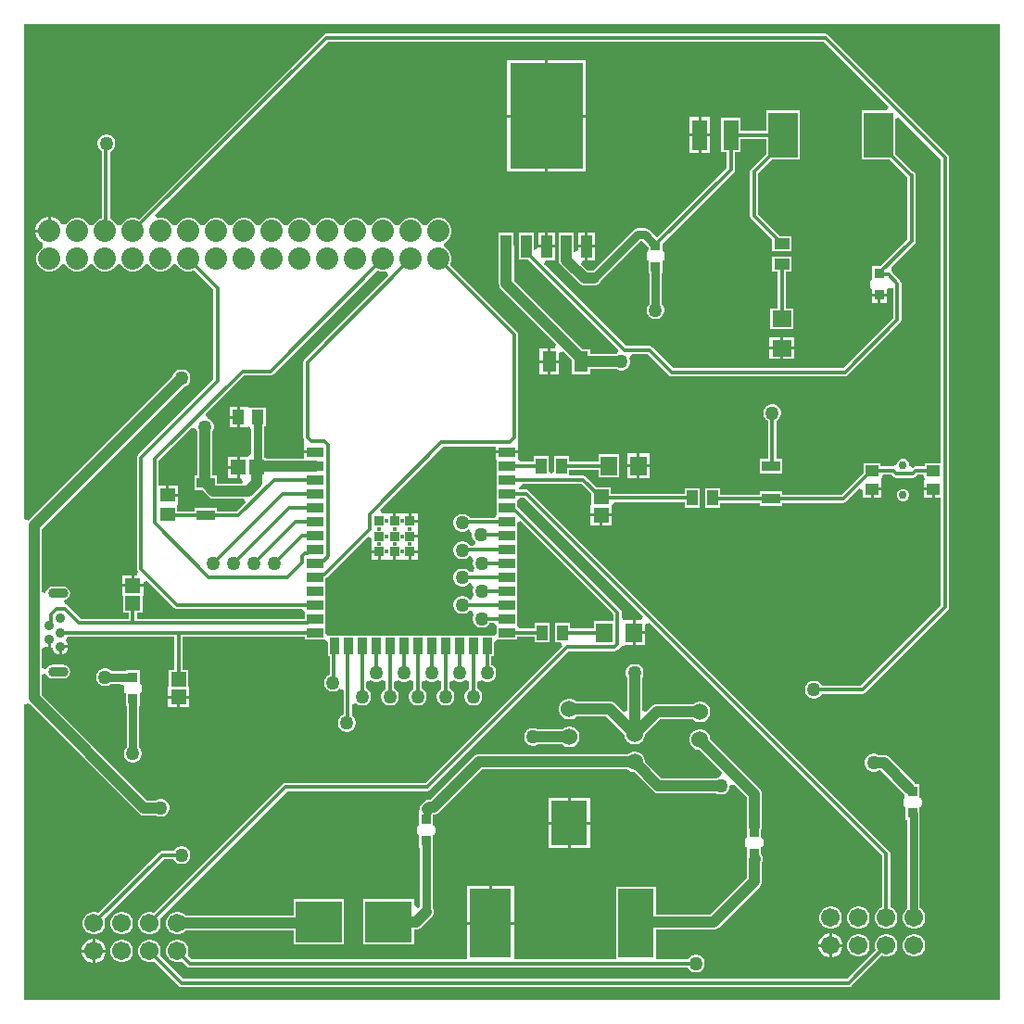
<source format=gbr>
%FSTAX23Y23*%
%MOMM*%
%SFA1B1*%

%IPPOS*%
%ADD17R,1.066798X1.346197*%
%ADD18R,4.241792X3.809992*%
%ADD19R,0.888998X0.952498*%
%ADD20R,3.299993X4.059992*%
%ADD21R,3.299993X6.349987*%
%ADD22R,3.809992X6.349987*%
%ADD23R,1.449997X1.349997*%
%ADD24R,1.729997X0.969998*%
%ADD25R,1.449997X1.149998*%
%ADD26R,1.369997X2.809994*%
%ADD27R,1.289997X1.909996*%
%ADD28R,2.699995X4.099992*%
%ADD29R,1.349997X1.449997*%
%ADD30R,0.899998X0.899998*%
%ADD31R,1.499997X0.899998*%
%ADD32R,0.899998X1.499997*%
%ADD33R,0.999998X1.419997*%
%ADD34R,0.999998X2.049996*%
%ADD35R,6.699987X9.699981*%
%ADD36R,1.419997X0.999998*%
%ADD37R,1.749997X1.499997*%
%ADD38R,1.499997X1.749997*%
%ADD39R,1.199998X0.999998*%
%ADD61C,1.701797*%
%ADD67C,0.761998*%
%ADD68C,1.015998*%
%ADD69C,0.380999*%
%ADD70C,1.523997*%
%ADD71C,2.031996*%
%ADD72C,0.399999*%
%ADD73C,0.899998*%
%ADD74O,1.849996X0.899998*%
%ADD75C,0.749999*%
%ADD76C,1.269997*%
%LNpcb1_copper_signal_top-1*%
%LPD*%
G36*
X32305Y66578D02*
X32608Y66497D01*
X32923*
X33085Y6654*
X33283Y66199*
X25608Y58524*
X25527Y58403*
X25498Y58259*
Y51343*
X25527Y512*
X25579Y51122*
X25564Y50741*
Y50165*
X26568*
Y49911*
X25564*
Y49459*
X22061*
Y49543*
X21892*
Y52362*
X22034*
Y54063*
X20612*
X20358Y5414*
X20262*
X19697*
Y53213*
Y52285*
X20358*
X20577Y52351*
X20753Y52037*
Y4989*
X20487Y49619*
X19685*
Y48641*
Y47661*
X19767*
X19971Y4728*
X19899Y47173*
X17596*
Y47862*
X17201*
Y51896*
X17267Y5201*
X17322Y52216*
Y5243*
X17267Y52637*
X1716Y52823*
X17009Y52974*
X16823Y53081*
X16715Y5311*
X16596Y53377*
X16583Y53517*
X20072Y57006*
X22456*
X226Y57035*
X22722Y57116*
X32228Y66622*
X32305Y66578*
G37*
G36*
X89154Y0D02*
X0D01*
Y26965*
X00381Y27094*
X00399Y27069*
X10432Y17036*
X10576Y16926*
X10742Y16857*
X10922Y16834*
X12018*
X12132Y16768*
X12338Y16713*
X12552*
X12759Y16768*
X12945Y16875*
X13096Y17026*
X13203Y17212*
X13258Y17418*
Y17632*
X13203Y17839*
X13096Y18025*
X12945Y18176*
X12759Y18283*
X12552Y18338*
X12338*
X12132Y18283*
X12018Y18217*
X11208*
X0158Y27845*
Y29663*
X01961Y29779*
X01999Y29722*
X02012Y29703*
X02031Y29675*
X02138Y29515*
X02346Y29376*
X0259Y29327*
X0354*
X03785Y29376*
X03993Y29515*
X04132Y29722*
X04181Y29967*
X04132Y30212*
X03993Y3042*
X03785Y30559*
X0354Y30608*
X0259*
X02346Y30559*
X02138Y3042*
X02031Y3026*
X01999Y30212*
X01961Y30156*
X0158Y30272*
Y32063*
X01659Y3214*
X01961Y32267*
X02014Y32236*
X02159Y32198*
Y32893*
X02413*
Y32182*
X02581Y3215*
X02629Y31971*
X02722Y3181*
X02853Y31679*
X03014Y31586*
X03158Y31548*
Y32242*
X03285*
Y32369*
X0398*
X03941Y32514*
X03849Y32675*
X03826Y32697*
X03749Y32827*
X03918Y33159*
X13721*
Y30125*
X13194*
Y28551*
X13117*
Y27749*
X15075*
Y28551*
X14999*
Y30125*
X14472*
Y33159*
X25641*
Y329*
X27325*
X27496*
X27706Y32605*
Y3135*
X27888*
Y29715*
X2788Y29713*
X27694Y29606*
X27543Y29455*
X27436Y29269*
X27381Y29062*
Y28848*
X27436Y28642*
X27543Y28456*
X27694Y28305*
X2788Y28198*
X28086Y28143*
X283*
X28507Y28198*
X28693Y28305*
X28777Y28389*
X29054Y28321*
X29158Y28254*
Y26032*
X2915Y2603*
X28964Y25923*
X28813Y25772*
X28706Y25586*
X28651Y25379*
Y25165*
X28706Y24959*
X28813Y24773*
X28964Y24622*
X2915Y24515*
X29356Y2446*
X2957*
X29777Y24515*
X29963Y24622*
X30114Y24773*
X30221Y24959*
X30276Y25165*
Y25379*
X30221Y25586*
X30114Y25772*
X29963Y25923*
X29909Y25954*
Y26974*
X29957Y27008*
X3029Y27106*
X30361Y27035*
X30547Y26928*
X30753Y26873*
X30967*
X31174Y26928*
X3136Y27035*
X31511Y27186*
X31618Y27372*
X31673Y27578*
Y27792*
X31618Y27999*
X31511Y28185*
X3136Y28336*
X31242Y28403*
Y29044*
X31623Y29202*
X31631Y29194*
X31817Y29087*
X32023Y29032*
X32237*
X32444Y29087*
X3263Y29194*
X3265Y29215*
X33031Y29057*
Y28411*
X32901Y28336*
X3275Y28185*
X32643Y27999*
X32588Y27792*
Y27578*
X32643Y27372*
X3275Y27186*
X32901Y27035*
X33087Y26928*
X33293Y26873*
X33507*
X33714Y26928*
X339Y27035*
X34051Y27186*
X34158Y27372*
X34213Y27578*
Y27792*
X34158Y27999*
X34051Y28185*
X339Y28336*
X33782Y28403*
Y29044*
X34163Y29202*
X34171Y29194*
X34357Y29087*
X34563Y29032*
X34777*
X34984Y29087*
X3517Y29194*
X3519Y29215*
X35571Y29057*
Y28411*
X35441Y28336*
X3529Y28185*
X35183Y27999*
X35128Y27792*
Y27578*
X35183Y27372*
X3529Y27186*
X35441Y27035*
X35627Y26928*
X35833Y26873*
X36047*
X36254Y26928*
X3644Y27035*
X36591Y27186*
X36698Y27372*
X36753Y27578*
Y27792*
X36698Y27999*
X36591Y28185*
X3644Y28336*
X36322Y28403*
Y29044*
X36703Y29202*
X36711Y29194*
X36897Y29087*
X37103Y29032*
X37317*
X37524Y29087*
X3771Y29194*
X3773Y29215*
X38111Y29057*
Y28411*
X37981Y28336*
X3783Y28185*
X37723Y27999*
X37668Y27792*
Y27578*
X37723Y27372*
X3783Y27186*
X37981Y27035*
X38167Y26928*
X38373Y26873*
X38587*
X38794Y26928*
X3898Y27035*
X39131Y27186*
X39238Y27372*
X39293Y27578*
Y27792*
X39238Y27999*
X39131Y28185*
X3898Y28336*
X38862Y28403*
Y29044*
X39243Y29202*
X39251Y29194*
X39437Y29087*
X39643Y29032*
X39857*
X40064Y29087*
X4025Y29194*
X4027Y29215*
X40651Y29057*
Y28411*
X40521Y28336*
X4037Y28185*
X40263Y27999*
X40208Y27792*
Y27578*
X40263Y27372*
X4037Y27186*
X40521Y27035*
X40707Y26928*
X40913Y26873*
X41127*
X41334Y26928*
X4152Y27035*
X41671Y27186*
X41778Y27372*
X41833Y27578*
Y27792*
X41778Y27999*
X41671Y28185*
X4152Y28336*
X41402Y28403*
Y29044*
X41783Y29202*
X41791Y29194*
X41977Y29087*
X42183Y29032*
X42397*
X42604Y29087*
X4279Y29194*
X42941Y29345*
X43048Y29531*
X43103Y29737*
Y29951*
X43048Y30158*
X42941Y30344*
X4279Y30495*
X42672Y30562*
Y3135*
X42931*
Y32605*
X43141Y329*
X43312*
X44996*
Y33152*
X46647*
Y3264*
X48002*
Y34415*
X46647*
Y33903*
X45267*
X44996Y3417*
Y34536*
Y35425*
Y35806*
Y36695*
Y37076*
Y37965*
Y38346*
Y39235*
Y39616*
Y40505*
Y40886*
Y41775*
Y42156*
Y43045*
Y4306*
Y43559*
X45348Y43705*
X53824Y35229*
Y3458*
X52078*
Y33903*
X49872*
Y34415*
X48517*
Y3264*
X48969*
X49127Y32259*
X36674Y19806*
X23876*
X23732Y19777*
X2361Y19696*
X11846Y07932*
X11827Y07943*
X11565Y08013*
X11294*
X11032Y07943*
X10798Y07808*
X10606Y07616*
X10471Y07382*
X10401Y0712*
Y06849*
X10471Y06587*
X10606Y06353*
X10798Y06161*
X11032Y06026*
X11294Y05956*
X11565*
X11827Y06026*
X12061Y06161*
X12253Y06353*
X12388Y06587*
X12458Y06849*
Y0712*
X12388Y07382*
X12377Y07401*
X24031Y19055*
X3683*
X36973Y19084*
X37095Y19165*
X49762Y31832*
X5394*
X54083Y31861*
X54205Y31942*
X5442Y32158*
X54497Y32223*
X54698Y32354*
X5492Y32398*
X55578*
Y33528*
Y34656*
X54956*
X54701*
X54575Y34985*
Y35385*
X54547Y35528*
X54465Y3565*
X45152Y44963*
X4503Y45045*
X44996Y45052*
Y45585*
X45267Y45852*
X45691*
X56505Y35037*
X56348Y34656*
X55832*
Y33655*
X56709*
Y34295*
X5709Y34452*
X78364Y13179*
Y08457*
X78342Y08451*
X78108Y08316*
X77916Y08124*
X77781Y0789*
X77711Y07628*
Y07357*
X77781Y07095*
X77916Y06861*
X78108Y06669*
X78342Y06534*
X78604Y06464*
X78875*
X79137Y06534*
X79371Y06669*
X79563Y06861*
X79698Y07095*
X79768Y07357*
Y07628*
X79698Y0789*
X79563Y08124*
X79371Y08316*
X79137Y08451*
X79115Y08457*
Y13335*
X79086Y13478*
X79005Y136*
X46112Y46493*
X4599Y46574*
X45847Y46603*
X45283*
X45197Y46697*
Y46777*
X45539Y47122*
X50911*
X51802Y46231*
Y45188*
X51725*
Y44386*
X52705*
X53683*
Y45188*
X53921Y45471*
X60363*
Y44959*
X61718*
Y46734*
X60363*
Y46222*
X53607*
Y46762*
X52333*
X51332Y47763*
X5121Y47844*
X51066Y47873*
X50123*
X49745Y4788*
Y48392*
X52459*
Y47715*
X54314*
Y4982*
X52459*
Y49143*
X49745*
Y49655*
X4839*
Y48217*
X48133Y48056*
X47875Y48217*
Y49655*
X4652*
Y49143*
X45375*
X45072Y49333*
Y49911*
X43064*
Y49333*
X43141*
Y48506*
Y4814*
Y47759*
Y4687*
Y46489*
Y456*
Y45219*
Y4433*
X43018Y43999*
X4069*
X40656Y44058*
X40505Y4421*
X40319Y44317*
X40113Y44372*
X39899*
X39692Y44317*
X39507Y4421*
X39355Y44058*
X39248Y43873*
X39193Y43666*
Y43452*
X39248Y43245*
X39355Y4306*
X39507Y42909*
X39692Y42802*
X39899Y42746*
X40113*
X40319Y42802*
X40505Y42909*
X40549Y42953*
X40623Y42947*
X40635Y42942*
X40902Y42587*
Y42373*
X40958Y42166*
X41065Y41981*
X41184Y41862*
X41167Y4172*
X41058Y41481*
X40702*
X40655Y41562*
X40504Y41713*
X40318Y4182*
X40111Y41876*
X39897*
X39691Y4182*
X39505Y41713*
X39354Y41562*
X39247Y41377*
X39192Y4117*
Y40956*
X39247Y40749*
X39354Y40564*
X39505Y40412*
X39691Y40305*
X39897Y4025*
X40111*
X40318Y40305*
X40504Y40412*
X40621Y4053*
X40791Y40543*
X40818Y40519*
X40969Y4028*
X41009Y40131*
X4097Y39984*
Y3977*
X41025Y39564*
X41103Y39429*
X41017Y39212*
X40915Y39066*
X40658Y39059*
X40655Y39064*
X40504Y39216*
X40318Y39323*
X40111Y39378*
X39897*
X39691Y39323*
X39505Y39216*
X39354Y39064*
X39247Y38879*
X39192Y38672*
Y38458*
X39247Y38251*
X39354Y38066*
X39505Y37915*
X39691Y37808*
X39897Y37752*
X40111*
X40318Y37808*
X40504Y37915*
X40627Y38038*
X4078Y38047*
X4082Y3804*
X41021Y37659*
X4102Y37632*
X4097Y37444*
Y3723*
X41025Y37024*
X41049Y36981*
X40888Y36619*
X40854Y36589*
X40655Y36567*
X40504Y36718*
X40318Y36825*
X40111Y3688*
X39897*
X39691Y36825*
X39505Y36718*
X39354Y36567*
X39247Y36381*
X39192Y36174*
Y3596*
X39247Y35754*
X39354Y35568*
X39505Y35417*
X39691Y3531*
X39897Y35255*
X40111*
X40318Y3531*
X40504Y35417*
X40655Y35568*
X40854Y35546*
X40888Y35516*
X41049Y35153*
X41025Y35111*
X4097Y34904*
Y3469*
X41025Y34484*
X41132Y34298*
X41283Y34147*
X41469Y3404*
X41675Y33985*
X41889*
X42096Y3404*
X42282Y34147*
X42433Y34298*
X42504Y34422*
X4287*
X43141Y34155*
Y33789*
Y335*
X42931Y33205*
X4276*
X41676*
X41295*
X40406*
X40025*
X39136*
X38755*
X37866*
X37485*
X36596*
X36215*
X35326*
X34945*
X34056*
X33675*
X32786*
X32405*
X31516*
X31135*
X30246*
X29865*
X28976*
X28595*
X27706*
X27496Y335*
Y34155*
Y3417*
Y34536*
Y35425*
Y3544*
Y36329*
Y36695*
Y37076*
Y37965*
Y38513*
X2753Y3852*
X27652Y38601*
X31362Y42312*
X31714Y42166*
Y41613*
Y41044*
X32418*
Y40917*
X32545*
Y40213*
X33691*
Y40917*
X33945*
Y40213*
X35091*
Y40917*
X35218*
Y41044*
X35922*
Y41613*
Y4219*
X35218*
Y42444*
X35922*
Y43013*
Y4359*
X35218*
Y43717*
X35091*
Y44421*
X33945*
Y43717*
X33691*
Y44421*
X32623*
X32477Y44773*
X3826Y50556*
X43064*
Y50165*
X45072*
Y50741*
X45058Y51122*
X4511Y512*
X45138Y51343*
Y60773*
X4511Y60917*
X45028Y61038*
X38914Y67153*
X38958Y6723*
X39039Y67533*
Y67848*
X38958Y68151*
X38801Y68423*
X38578Y68646*
X384Y68749*
X38363Y68896*
Y69024*
X384Y69172*
X38578Y69275*
X38801Y69497*
X38958Y6977*
X39039Y70073*
Y70388*
X38958Y70691*
X38801Y70963*
X38578Y71186*
X38306Y71343*
X38003Y71424*
X37688*
X37385Y71343*
X37112Y71186*
X3689Y70963*
X36787Y70785*
X36639Y70748*
X36511*
X36364Y70785*
X36261Y70963*
X36038Y71186*
X35766Y71343*
X35463Y71424*
X35148*
X34845Y71343*
X34572Y71186*
X3435Y70963*
X34247Y70785*
X34099Y70748*
X33971*
X33824Y70785*
X33721Y70963*
X33498Y71186*
X33226Y71343*
X32923Y71424*
X32608*
X32305Y71343*
X32032Y71186*
X3181Y70963*
X31707Y70785*
X31559Y70748*
X31431*
X31284Y70785*
X31181Y70963*
X30958Y71186*
X30686Y71343*
X30383Y71424*
X30068*
X29765Y71343*
X29492Y71186*
X2927Y70963*
X29167Y70785*
X29019Y70748*
X28891*
X28744Y70785*
X28641Y70963*
X28418Y71186*
X28146Y71343*
X27843Y71424*
X27528*
X27225Y71343*
X26952Y71186*
X2673Y70963*
X26627Y70785*
X26479Y70748*
X26351*
X26204Y70785*
X26101Y70963*
X25878Y71186*
X25606Y71343*
X25303Y71424*
X24988*
X24685Y71343*
X24412Y71186*
X2419Y70963*
X24087Y70785*
X23939Y70748*
X23811*
X23664Y70785*
X23561Y70963*
X23338Y71186*
X23066Y71343*
X22763Y71424*
X22448*
X22145Y71343*
X21872Y71186*
X2165Y70963*
X21547Y70785*
X21399Y70748*
X21271*
X21124Y70785*
X21021Y70963*
X20798Y71186*
X20526Y71343*
X20223Y71424*
X19908*
X19605Y71343*
X19332Y71186*
X1911Y70963*
X19007Y70785*
X18859Y70748*
X18731*
X18584Y70785*
X18481Y70963*
X18258Y71186*
X17986Y71343*
X17683Y71424*
X17368*
X17065Y71343*
X16792Y71186*
X1657Y70963*
X16467Y70785*
X16319Y70748*
X16191*
X16044Y70785*
X15941Y70963*
X15718Y71186*
X15446Y71343*
X15143Y71424*
X14828*
X14525Y71343*
X14252Y71186*
X1403Y70963*
X13927Y70785*
X13779Y70748*
X13651*
X13504Y70785*
X13401Y70963*
X13178Y71186*
X12906Y71343*
X12603Y71424*
X12288*
X12126Y71381*
X11928Y71722*
X27714Y87508*
X73018*
X78952Y81573*
X78806Y81221*
X76507*
Y76766*
X79031*
X80681Y75116*
Y69471*
X78196Y66986*
X77482*
Y65795*
X77457*
X77387Y65781*
X77329Y65742*
X77289Y65683*
X77275Y65614*
Y65106*
X77289Y65037*
X77329Y64978*
X77387Y64939*
X77406Y64935*
Y64516*
X78105*
X78803*
Y64882*
X78916Y64982*
X79197Y65015*
X79302Y65007*
X7938Y64955*
Y62258*
X74797Y57675*
X59314*
X57378Y59611*
X57256Y59693*
X57112Y59721*
X54988*
X47507Y67202*
X47652Y67554*
X48453*
Y68707*
X47699*
X46945*
Y68701*
X46564Y68497*
X46547Y68509*
Y70036*
X45192*
Y67631*
X46016*
X54226Y59421*
X54221Y59243*
X54158Y59022*
X54124Y58984*
X51685*
Y59425*
X51018*
X44731Y65712*
Y68834*
X44717Y68939*
Y70036*
X43362*
Y68939*
X43348Y68834*
Y65425*
X43371Y65246*
X4344Y6508*
X4355Y64936*
X48604Y59882*
X48446Y59501*
X48069*
Y5842*
X48841*
Y59106*
X49222Y59264*
X5004Y58447*
Y5716*
X51685*
Y57601*
X54056*
X54215Y57509*
X54422Y57453*
X54636*
X54843Y57509*
X55028Y57616*
X55179Y57767*
X55286Y57953*
X55342Y58159*
Y58373*
X55286Y5858*
X55281Y58589*
X5549Y5897*
X56957*
X58893Y57034*
X59015Y56952*
X59159Y56924*
X74952*
X75096Y56952*
X75218Y57034*
X80021Y61837*
X80102Y61959*
X80131Y62103*
Y6543*
X80102Y65574*
X80021Y65695*
X79264Y66453*
X79202Y66667*
X79203Y66923*
X79207Y66935*
X81322Y6905*
X81403Y69171*
X81432Y69315*
Y75311*
X81403Y75454*
X81322Y75576*
X81205Y75654*
X79562Y77297*
Y80465*
X79914Y80611*
X83732Y76793*
Y49003*
X82286*
Y48701*
X81436*
X81293Y48672*
X81171Y48591*
X81164Y48584*
X80907Y487*
X80816Y48775*
Y4896*
X80732Y49164*
X80577Y49319*
X80373Y49403*
X80153*
X7995Y49319*
X79795Y49164*
X79721Y48985*
X79692Y48944*
X7936Y48701*
X79359Y48701*
X78241*
Y49003*
X76686*
Y48179*
X74646Y46139*
X69241*
Y46426*
X67156*
Y46139*
X63588*
Y46734*
X62233*
Y44959*
X63588*
Y45388*
X67156*
Y45101*
X69241*
Y45388*
X74801*
X74945Y45417*
X75067Y45498*
X76257Y46688*
X76609Y46543*
Y45871*
X77336*
Y46625*
X77463*
Y46752*
X78317*
Y47379*
X78272Y47587*
X78451Y4795*
X79205*
X79389Y47765*
X79511Y47684*
X79655Y47655*
X81142*
X81285Y47684*
X81407Y47765*
X81592Y4795*
X82076*
X82263Y47569*
X82209Y47379*
Y47298*
Y46752*
X83063*
Y46625*
X8319*
Y45871*
X83732*
Y36004*
X76425Y28696*
X72857*
X72786Y2882*
X72635Y28971*
X72449Y29078*
X72242Y29133*
X72028*
X71822Y29078*
X71636Y28971*
X71485Y2882*
X71378Y28634*
X71323Y28427*
Y28213*
X71378Y28007*
X71485Y27821*
X71636Y2767*
X71822Y27563*
X72028Y27508*
X72242*
X72449Y27563*
X72635Y2767*
X72786Y27821*
X72857Y27945*
X76581*
X76724Y27974*
X76846Y28055*
X84373Y35582*
X84455Y35704*
X84483Y35848*
Y76949*
X84455Y77092*
X84373Y77214*
X73439Y88149*
X73317Y8823*
X73173Y88259*
X27559*
X27415Y8823*
X27293Y88149*
X10443Y71299*
X10366Y71343*
X10063Y71424*
X09748*
X09445Y71343*
X09172Y71186*
X0895Y70963*
X08847Y70785*
X08699Y70748*
X08571*
X08424Y70785*
X08321Y70963*
X08098Y71186*
X07826Y71343*
X07804Y71349*
Y77474*
X07806Y77474*
X07992Y77581*
X08143Y77732*
X0825Y77918*
X08305Y78124*
Y78338*
X0825Y78545*
X08143Y78731*
X07992Y78882*
X07806Y78989*
X07599Y79044*
X07385*
X07179Y78989*
X06993Y78882*
X06842Y78731*
X06735Y78545*
X0668Y78338*
Y78124*
X06735Y77918*
X06842Y77732*
X06993Y77581*
X07053Y77546*
Y71383*
X06905Y71343*
X06632Y71186*
X0641Y70963*
X06307Y70785*
X06159Y70748*
X06031*
X05884Y70785*
X05781Y70963*
X05558Y71186*
X05286Y71343*
X04983Y71424*
X04668*
X04365Y71343*
X04092Y71186*
X0387Y70963*
X03808Y70856*
X03801Y70853*
X03382Y70872*
X03302Y7101*
X03065Y71247*
X02776Y71414*
X02453Y71501*
X02413*
Y70231*
X02286*
Y70104*
X01016*
Y70063*
X01102Y6974*
X01269Y69451*
X01506Y69214*
X01644Y69134*
X01662Y68715*
X01659Y68708*
X01552Y68646*
X0133Y68423*
X01173Y68151*
X01092Y67848*
Y67533*
X01173Y6723*
X0133Y66957*
X01552Y66735*
X01825Y66578*
X02128Y66497*
X02443*
X02746Y66578*
X03018Y66735*
X03241Y66957*
X03344Y67136*
X03491Y67173*
X03619*
X03767Y67136*
X0387Y66957*
X04092Y66735*
X04365Y66578*
X04668Y66497*
X04983*
X05286Y66578*
X05558Y66735*
X05781Y66957*
X05884Y67136*
X06031Y67173*
X06159*
X06307Y67136*
X0641Y66957*
X06632Y66735*
X06905Y66578*
X07208Y66497*
X07523*
X07826Y66578*
X08098Y66735*
X08321Y66957*
X08424Y67136*
X08571Y67173*
X08699*
X08847Y67136*
X0895Y66957*
X09172Y66735*
X09445Y66578*
X09748Y66497*
X10063*
X10366Y66578*
X10638Y66735*
X10861Y66957*
X10964Y67136*
X11111Y67173*
X11239*
X11387Y67136*
X1149Y66957*
X11712Y66735*
X11985Y66578*
X12288Y66497*
X12603*
X12906Y66578*
X13178Y66735*
X13401Y66957*
X13504Y67136*
X13651Y67173*
X13779*
X13927Y67136*
X1403Y66957*
X14252Y66735*
X14525Y66578*
X14828Y66497*
X15143*
X15446Y66578*
X15523Y66622*
X17277Y64868*
Y5667*
X10402Y49795*
X10321Y49673*
X10292Y4953*
Y3937*
X10321Y39226*
X10368Y39154*
X10263Y38773*
X10033*
Y37971*
X10884*
Y38124*
X11236Y38269*
X13704Y35802*
X13826Y35721*
X1397Y35692*
X2537*
X25641Y35425*
Y34798*
X10281*
Y35342*
X10808*
Y36915*
X10884*
Y37717*
X09906*
X08926*
Y36915*
X09003*
Y35342*
X0953*
Y34798*
X05127*
X03921Y36002*
X038Y36084*
X03656Y36112*
X03621Y36493*
X03785Y36526*
X03993Y36665*
X04132Y36873*
X04181Y37117*
X04132Y37362*
X03993Y3757*
X03785Y37709*
X0354Y37758*
X0259*
X02346Y37709*
X02138Y3757*
X01999Y37362*
X01961Y37172*
X0158Y37209*
Y4302*
X14537Y55977*
X14664Y56011*
X1485Y56118*
X15001Y56269*
X15108Y56455*
X15163Y56661*
Y56875*
X15108Y57082*
X15001Y57268*
X1485Y57419*
X14664Y57526*
X14457Y57581*
X14243*
X14037Y57526*
X13851Y57419*
X137Y57268*
X13593Y57082*
X13559Y56955*
X00399Y43796*
X00381Y43771*
X0Y439*
Y89154*
X89154*
Y0*
G37*
G36*
X15456Y52237D02*
X15723Y52118D01*
X15752Y5201*
X15818Y51896*
Y47862*
X15511*
Y46537*
X16238*
X16782Y45992*
X16926Y45882*
X17092Y45813*
X17272Y4579*
X20032*
X2019Y45409*
X19396Y44615*
X17596*
Y44902*
X15511*
Y44615*
X13983*
Y45064*
X14059Y45282*
Y45414*
Y45984*
X13081*
Y46111*
X12954*
Y4694*
X12286*
Y4922*
X15316Y5225*
X15456Y52237*
G37*
%LNpcb1_copper_signal_top-2*%
%LPC*%
G36*
X19443Y5414D02*
X18783D01*
Y5334*
X19443*
Y5414*
G37*
G36*
Y53086D02*
X18783D01*
Y52285*
X19443*
Y53086*
G37*
G36*
X19431Y49619D02*
X18629D01*
Y48768*
X19431*
Y49619*
G37*
G36*
Y48514D02*
X18629D01*
Y47661*
X19431*
Y48514*
G37*
G36*
X51303Y85837D02*
X47826D01*
Y8086*
X51303*
Y85837*
G37*
G36*
X47572D02*
X44095D01*
Y8086*
X47572*
Y85837*
G37*
G36*
X70812Y81221D02*
X67757D01*
Y79369*
X65401*
Y80576*
X63676*
Y77411*
X64163*
Y75984*
X57779Y696*
X57084Y70295*
X56899Y70419*
X56681Y70462*
X5605*
X55832Y70419*
X55647Y70295*
X51955Y66604*
X51467*
X50898Y67173*
X51055Y67554*
X51232*
Y68707*
X50605*
Y68459*
X50224Y68256*
X50221Y68258*
Y68834*
X50207Y68939*
Y70036*
X48852*
Y68939*
X48838Y68834*
Y67564*
X48861Y67384*
X4893Y67218*
X4904Y67074*
X50691Y65423*
X50835Y65313*
X51001Y65244*
X51181Y65221*
X5207*
X52248Y65244*
X52415Y65313*
X52559Y65423*
X52668Y65567*
X52738Y65733*
X52744Y65781*
X56286Y69323*
X56445*
X57008Y6876*
X57009Y68563*
X56981Y68374*
X5694Y68366*
X56882Y68327*
X56842Y68268*
X56828Y68199*
Y67691*
X56842Y67621*
X56882Y67562*
X5694Y67523*
X5701Y67509*
X57035*
Y66319*
X57088*
Y63571*
X57007Y63491*
X569Y63305*
X56845Y63098*
Y62884*
X569Y62678*
X57007Y62492*
X57158Y62341*
X57344Y62234*
X5755Y62179*
X57764*
X57971Y62234*
X58157Y62341*
X58308Y62492*
X58415Y62678*
X5847Y62884*
Y63098*
X58415Y63305*
X58308Y63491*
X58227Y63571*
Y66319*
X5828*
Y67509*
X58305*
X58375Y67523*
X58433Y67562*
X58473Y67621*
X58486Y67691*
Y68199*
X58473Y68268*
X58433Y68327*
X58375Y68366*
X58305Y6838*
X5828*
Y69039*
X64804Y75563*
X64885Y75685*
X64914Y75829*
Y77411*
X65401*
Y78618*
X67757*
Y77297*
X66409Y75949*
X66328Y75827*
X66299Y75683*
Y71592*
X66328Y71449*
X66409Y71327*
X68319Y69416*
Y69362*
X68327Y69326*
Y68375*
X70102*
Y6973*
X69032*
X68961Y69837*
X6705Y71748*
Y75528*
X68288Y76766*
X70812*
Y81221*
G37*
G36*
X62637Y80652D02*
X61825D01*
Y79121*
X62637*
Y80652*
G37*
G36*
X61571D02*
X60759D01*
Y79121*
X61571*
Y80652*
G37*
G36*
X62637Y78867D02*
X61825D01*
Y77334*
X62637*
Y78867*
G37*
G36*
X61571D02*
X60759D01*
Y77334*
X61571*
Y78867*
G37*
G36*
X51303Y80606D02*
X47826D01*
Y75629*
X51303*
Y80606*
G37*
G36*
X47572D02*
X44095D01*
Y75629*
X47572*
Y80606*
G37*
G36*
X02159Y71501D02*
X02118D01*
X01795Y71414*
X01506Y71247*
X01269Y7101*
X01102Y70721*
X01016Y70398*
Y70358*
X02159*
Y71501*
G37*
G36*
X48453Y70112D02*
X47826D01*
Y68961*
X48453*
Y70112*
G37*
G36*
X52113D02*
X51486D01*
Y68961*
X52113*
Y70112*
G37*
G36*
X51232D02*
X50605D01*
Y68961*
X51232*
Y70112*
G37*
G36*
X47572D02*
X46945D01*
Y68961*
X47572*
Y70112*
G37*
G36*
X52113Y68707D02*
X51486D01*
Y67554*
X52113*
Y68707*
G37*
G36*
X78803Y64262D02*
X78232D01*
Y63658*
X78803*
Y64262*
G37*
G36*
X77978D02*
X77406D01*
Y63658*
X77978*
Y64262*
G37*
G36*
X70102Y6786D02*
X68327D01*
Y66505*
X68839*
Y63157*
X68162*
Y61302*
X70267*
Y63157*
X6959*
Y66505*
X70102*
Y6786*
G37*
G36*
X70343Y60533D02*
X69342D01*
Y59656*
X70343*
Y60533*
G37*
G36*
X69088D02*
X68085D01*
Y59656*
X69088*
Y60533*
G37*
G36*
X70343Y59402D02*
X69342D01*
Y58525*
X70343*
Y59402*
G37*
G36*
X69088D02*
X68085D01*
Y58525*
X69088*
Y59402*
G37*
G36*
X47815Y59501D02*
X47043D01*
Y5842*
X47815*
Y59501*
G37*
G36*
X48841Y58166D02*
X48069D01*
Y57083*
X48841*
Y58166*
G37*
G36*
X47815D02*
X47043D01*
Y57083*
X47815*
Y58166*
G37*
G36*
X5709Y49896D02*
X56213D01*
Y48895*
X5709*
Y49896*
G37*
G36*
X55959D02*
X55082D01*
Y48895*
X55959*
Y49896*
G37*
G36*
X68432Y54406D02*
X68218D01*
X68012Y54351*
X67826Y54244*
X67675Y54093*
X67568Y53907*
X67513Y537*
Y53486*
X67568Y5328*
X67675Y53094*
X67826Y52943*
X6795Y52872*
Y49386*
X67156*
Y48061*
X69241*
Y49386*
X68701*
Y52872*
X68825Y52943*
X68976Y53094*
X69083Y5328*
X69138Y53486*
Y537*
X69083Y53907*
X68976Y54093*
X68825Y54244*
X68639Y54351*
X68432Y54406*
G37*
G36*
X5709Y48641D02*
X56213D01*
Y47638*
X5709*
Y48641*
G37*
G36*
X55959D02*
X55082D01*
Y47638*
X55959*
Y48641*
G37*
G36*
X82936Y46498D02*
X82209D01*
Y45871*
X82936*
Y46498*
G37*
G36*
X78317D02*
X7759D01*
Y45871*
X78317*
Y46498*
G37*
G36*
X80373Y46653D02*
X80153D01*
X7995Y46569*
X79795Y46414*
X79711Y4621*
Y4599*
X79795Y45787*
X7995Y45632*
X80153Y45548*
X80373*
X80577Y45632*
X80732Y45787*
X80816Y4599*
Y4621*
X80732Y46414*
X80577Y46569*
X80373Y46653*
G37*
G36*
X35922Y44421D02*
X35345D01*
Y43844*
X35922*
Y44421*
G37*
G36*
X53683Y44132D02*
X52832D01*
Y4333*
X53683*
Y44132*
G37*
G36*
X52578D02*
X51725D01*
Y4333*
X52578*
Y44132*
G37*
G36*
X35922Y4079D02*
X35345D01*
Y40213*
X35922*
Y4079*
G37*
G36*
X32291D02*
X31714D01*
Y40213*
X32291*
Y4079*
G37*
G36*
X09779Y38773D02*
X08926D01*
Y37971*
X09779*
Y38773*
G37*
G36*
X56709Y33401D02*
X55832D01*
Y32398*
X56709*
Y33401*
G37*
G36*
X0398Y32115D02*
X03412D01*
Y31548*
X03557Y31586*
X03718Y31679*
X03849Y3181*
X03941Y31971*
X0398Y32115*
G37*
G36*
X15075Y27495D02*
X14224D01*
Y26693*
X15075*
Y27495*
G37*
G36*
X1397D02*
X13117D01*
Y26693*
X1397*
Y27495*
G37*
G36*
X55859Y30657D02*
X55645D01*
X55439Y30602*
X55253Y30495*
X55102Y30344*
X54995Y30158*
X5494Y29951*
Y29737*
X54995Y29531*
X55061Y29417*
Y26424*
X54709Y26278*
X53956Y27032*
X53812Y27141*
X53645Y27211*
X53467Y27234*
X50421*
X5036Y27294*
X50146Y27418*
X49907Y27482*
X4966*
X49421Y27418*
X49206Y27294*
X49031Y2712*
X48908Y26905*
X48844Y26666*
Y26419*
X48908Y2618*
X49031Y25965*
X49206Y2579*
X49421Y25667*
X4966Y25603*
X49907*
X50146Y25667*
X5036Y2579*
X50421Y25851*
X5318*
X54813Y24218*
Y24133*
X54877Y23894*
X55Y23679*
X55175Y23504*
X5539Y23381*
X55629Y23317*
X55876*
X56115Y23381*
X5633Y23504*
X56504Y23679*
X56628Y23894*
X56692Y24133*
Y24218*
X58071Y25597*
X61084*
X61144Y25536*
X61359Y25413*
X61598Y25349*
X61845*
X62084Y25413*
X62298Y25536*
X62473Y25711*
X62597Y25926*
X62661Y26165*
Y26412*
X62597Y26651*
X62473Y26866*
X62298Y2704*
X62084Y27164*
X61845Y27228*
X61598*
X61359Y27164*
X61144Y2704*
X61084Y2698*
X57785*
X57605Y26957*
X57439Y26888*
X57295Y26778*
X56796Y26278*
X56444Y26424*
Y29417*
X5651Y29531*
X56565Y29737*
Y29951*
X5651Y30158*
X56403Y30344*
X56252Y30495*
X56066Y30602*
X55859Y30657*
G37*
G36*
X49907Y24942D02*
X4966D01*
X49421Y24878*
X49206Y24754*
X49146Y24694*
X46909*
X46795Y2476*
X46588Y24815*
X46374*
X46168Y2476*
X45982Y24653*
X45831Y24502*
X45724Y24316*
X45669Y24109*
Y23895*
X45724Y23689*
X45831Y23503*
X45982Y23352*
X46168Y23245*
X46374Y2319*
X46588*
X46795Y23245*
X46909Y23311*
X49146*
X49206Y2325*
X49421Y23127*
X4966Y23063*
X49907*
X50146Y23127*
X5036Y2325*
X50535Y23425*
X50659Y2364*
X50723Y23879*
Y24126*
X50659Y24365*
X50535Y24579*
X5036Y24754*
X50146Y24878*
X49907Y24942*
G37*
G36*
X07472Y30276D02*
X07258D01*
X07052Y30221*
X06866Y30114*
X06715Y29963*
X06608Y29777*
X06553Y2957*
Y29356*
X06608Y2915*
X06715Y28964*
X06866Y28813*
X07052Y28706*
X07258Y28651*
X07472*
X07679Y28706*
X07865Y28813*
X07901Y28849*
X08719*
X09076Y28702*
Y28194*
X0909Y28124*
X0913Y28065*
X09188Y28026*
X09258Y28012*
X09283*
Y26822*
X09336*
Y23058*
X09255Y22978*
X09148Y22792*
X09093Y22585*
Y22371*
X09148Y22165*
X09255Y21979*
X09406Y21828*
X09592Y21721*
X09798Y21666*
X10012*
X10219Y21721*
X10405Y21828*
X10556Y21979*
X10663Y22165*
X10718Y22371*
Y22585*
X10663Y22792*
X10556Y22978*
X10475Y23058*
Y26822*
X10528*
Y28012*
X10553*
X10623Y28026*
X10681Y28065*
X10721Y28124*
X10734Y28194*
Y28702*
X10721Y28771*
X10681Y2883*
X10623Y28869*
X10553Y28883*
X10528*
Y30073*
X09283*
Y29989*
X0799*
X07865Y30114*
X07679Y30221*
X07472Y30276*
G37*
G36*
X61845Y24688D02*
X61598D01*
X61359Y24624*
X61144Y245*
X60969Y24325*
X60846Y24111*
X60782Y23872*
Y23625*
X60846Y23386*
X60969Y23171*
X61144Y22996*
X61359Y22873*
X61598Y22809*
X61683*
X63745Y20746*
X63583Y2037*
X63519*
X63313Y20315*
X63199Y20249*
X58198*
X56692Y21755*
Y2184*
X56628Y22079*
X56504Y22294*
X5633Y22468*
X56115Y22592*
X55876Y22656*
X55629*
X5539Y22592*
X55175Y22468*
X55115Y22408*
X41541*
X41362Y22385*
X41195Y22315*
X41052Y22206*
X37127Y18281*
X3702*
X36841Y18257*
X36674Y18188*
X36531Y18078*
X3634Y17888*
X3623Y17744*
X36161Y17577*
X36147Y17472*
X3608Y17119*
Y15929*
X36055*
X35985Y15915*
X35927Y15876*
X35887Y15817*
X35873Y15748*
Y1524*
X35887Y1517*
X35927Y15111*
X35985Y15072*
X36055Y15058*
X3608*
Y13868*
X36133*
Y08515*
X35966Y08385*
X35585Y08572*
Y09194*
X30988*
Y05029*
X35585*
Y0642*
X35814*
X35992Y06443*
X36159Y06512*
X36303Y06622*
X37192Y07511*
X37302Y07655*
X37371Y07821*
X37394Y08001*
X37371Y08179*
X37302Y08346*
X37272Y08384*
Y13868*
X37325*
Y15058*
X3735*
X3742Y15072*
X37478Y15111*
X37518Y1517*
X37531Y1524*
Y15748*
X37518Y15817*
X37478Y15876*
X3742Y15915*
X3735Y15929*
X37325*
Y1683*
X37334Y16897*
X37414*
X37593Y16921*
X3776Y1699*
X37903Y171*
X41828Y21025*
X55115*
X55175Y20964*
X5539Y20841*
X55629Y20777*
X55714*
X57422Y19068*
X57566Y18958*
X57732Y18889*
X57912Y18866*
X63199*
X63313Y188*
X63519Y18745*
X63733*
X6394Y188*
X64126Y18907*
X64277Y19058*
X64384Y19244*
X64439Y1945*
Y19514*
X64815Y19676*
X65983Y18509*
Y1583*
X66006Y15651*
X66052Y1554*
Y14786*
X66027*
X65957Y14772*
X65899Y14733*
X65859Y14674*
X65845Y14605*
Y14097*
X65859Y14027*
X65899Y13968*
X65957Y13929*
X66027Y13915*
X66052*
Y1295*
X66034Y12906*
X66011Y12727*
Y11109*
X62657Y07756*
X57707*
Y10337*
X54052*
Y03677*
X44748*
Y06858*
X4043*
Y03677*
X15268*
X14917Y04028*
X14928Y04047*
X14998Y04309*
Y0458*
X14928Y04842*
X14793Y05076*
X14601Y05268*
X14367Y05403*
X14105Y05473*
X13834*
X13572Y05403*
X13338Y05268*
X13146Y05076*
X13011Y04842*
X12941Y0458*
Y04309*
X13011Y04047*
X13146Y03813*
X13338Y03621*
X13572Y03486*
X13834Y03416*
X14105*
X14367Y03486*
X14386Y03497*
X14847Y03036*
X14969Y02955*
X15113Y02926*
X60619*
X6069Y02802*
X60841Y02651*
X61027Y02544*
X61233Y02489*
X61447*
X61654Y02544*
X6184Y02651*
X61991Y02802*
X62098Y02988*
X62153Y03194*
Y03408*
X62098Y03615*
X61991Y03801*
X6184Y03952*
X61654Y04059*
X61447Y04114*
X61233*
X61027Y04059*
X60841Y03952*
X6069Y03801*
X60619Y03677*
X57707*
Y06372*
X62944*
X63123Y06396*
X6329Y06465*
X63433Y06575*
X67191Y10333*
X67301Y10476*
X6737Y10643*
X67394Y10822*
Y12472*
X674Y12481*
X6747Y12647*
X67493Y12827*
X6747Y13005*
X674Y13172*
X67297Y13308*
Y13915*
X67322*
X67392Y13929*
X6745Y13968*
X6749Y14027*
X67503Y14097*
Y14605*
X6749Y14674*
X6745Y14733*
X67392Y14772*
X67322Y14786*
X67297*
Y1554*
X67343Y15651*
X67366Y1583*
Y18796*
X67343Y18974*
X67273Y19141*
X67164Y19285*
X62661Y23787*
Y23872*
X62597Y24111*
X62473Y24325*
X62298Y245*
X62084Y24624*
X61845Y24688*
G37*
G36*
X51683Y18408D02*
X49906D01*
Y16251*
X51683*
Y18408*
G37*
G36*
X49652D02*
X47875D01*
Y16251*
X49652*
Y18408*
G37*
G36*
X51683Y15997D02*
X49906D01*
Y1384*
X51683*
Y15997*
G37*
G36*
X49652D02*
X47875D01*
Y1384*
X49652*
Y15997*
G37*
G36*
X14457Y1402D02*
X14243D01*
X14037Y13965*
X13851Y13858*
X137Y13707*
X13629Y13583*
X12573*
X12429Y13554*
X12307Y13473*
X06766Y07932*
X06747Y07943*
X06485Y08013*
X06214*
X05952Y07943*
X05718Y07808*
X05526Y07616*
X05391Y07382*
X05321Y0712*
Y06849*
X05391Y06587*
X05526Y06353*
X05718Y06161*
X05952Y06026*
X06214Y05956*
X06485*
X06747Y06026*
X06981Y06161*
X07173Y06353*
X07308Y06587*
X07378Y06849*
Y0712*
X07308Y07382*
X07297Y07401*
X12728Y12832*
X13629*
X137Y12708*
X13851Y12557*
X14037Y1245*
X14243Y12395*
X14457*
X14664Y1245*
X1485Y12557*
X15001Y12708*
X15108Y12894*
X15163Y131*
Y13314*
X15108Y13521*
X15001Y13707*
X1485Y13858*
X14664Y13965*
X14457Y1402*
G37*
G36*
X2921Y09194D02*
X24612D01*
Y07676*
X14733*
X14601Y07808*
X14367Y07943*
X14105Y08013*
X13834*
X13572Y07943*
X13338Y07808*
X13146Y07616*
X13011Y07382*
X12941Y0712*
Y06849*
X13011Y06587*
X13146Y06353*
X13338Y06161*
X13572Y06026*
X13834Y05956*
X14105*
X14367Y06026*
X14601Y06161*
X14733Y06293*
X24612*
Y05029*
X2921*
Y09194*
G37*
G36*
X44748Y10414D02*
X42716D01*
Y07112*
X44748*
Y10414*
G37*
G36*
X42462D02*
X4043D01*
Y07112*
X42462*
Y10414*
G37*
G36*
X77703Y22466D02*
X77489D01*
X77283Y2241*
X77097Y22303*
X76946Y22152*
X76839Y21967*
X76784Y2176*
Y21546*
X76839Y21339*
X76946Y21154*
X77097Y21003*
X77283Y20896*
X77489Y2084*
X77703*
X7791Y20896*
X77993Y20943*
X78236*
X80355Y18824*
X80377Y18721*
X80377Y18426*
X80346Y18369*
X80337Y18357*
X80323Y18288*
Y1778*
X80337Y1771*
X80377Y17651*
X80435Y17612*
X80505Y17598*
X8053*
Y16408*
X80646*
Y08314*
X80456Y08124*
X80321Y0789*
X80251Y07628*
Y07357*
X80321Y07095*
X80456Y06861*
X80648Y06669*
X80882Y06534*
X81144Y06464*
X81415*
X81677Y06534*
X81911Y06669*
X82103Y06861*
X82238Y07095*
X82308Y07357*
Y07628*
X82238Y0789*
X82103Y08124*
X81911Y08316*
X81786Y08388*
Y16998*
X81775Y17053*
Y17598*
X818*
X8187Y17612*
X81928Y17651*
X81968Y1771*
X81981Y1778*
Y18288*
X81968Y18357*
X81928Y18416*
X8187Y18455*
X818Y18469*
X81775*
Y19659*
X81449*
X81356Y1978*
X79012Y22124*
X78868Y22234*
X78702Y22303*
X78523Y22327*
X78055*
X7791Y2241*
X77703Y22466*
G37*
G36*
X76335Y08521D02*
X76064D01*
X75802Y08451*
X75568Y08316*
X75376Y08124*
X75241Y0789*
X75171Y07628*
Y07357*
X75241Y07095*
X75376Y06861*
X75568Y06669*
X75802Y06534*
X76064Y06464*
X76335*
X76597Y06534*
X76831Y06669*
X77023Y06861*
X77158Y07095*
X77228Y07357*
Y07628*
X77158Y0789*
X77023Y08124*
X76831Y08316*
X76597Y08451*
X76335Y08521*
G37*
G36*
X73795D02*
X73524D01*
X73262Y08451*
X73028Y08316*
X72836Y08124*
X72701Y0789*
X72631Y07628*
Y07357*
X72701Y07095*
X72836Y06861*
X73028Y06669*
X73262Y06534*
X73524Y06464*
X73795*
X74057Y06534*
X74291Y06669*
X74483Y06861*
X74618Y07095*
X74688Y07357*
Y07628*
X74618Y0789*
X74483Y08124*
X74291Y08316*
X74057Y08451*
X73795Y08521*
G37*
G36*
X09025Y08013D02*
X08754D01*
X08492Y07943*
X08258Y07808*
X08066Y07616*
X07931Y07382*
X07861Y0712*
Y06849*
X07931Y06587*
X08066Y06353*
X08258Y06161*
X08492Y06026*
X08754Y05956*
X09025*
X09287Y06026*
X09521Y06161*
X09713Y06353*
X09848Y06587*
X09918Y06849*
Y0712*
X09848Y07382*
X09713Y07616*
X09521Y07808*
X09287Y07943*
X09025Y08013*
G37*
G36*
X73805Y06057D02*
X73787D01*
Y0508*
X74764*
Y05098*
X74689Y05379*
X74544Y05631*
X74338Y05837*
X74086Y05982*
X73805Y06057*
G37*
G36*
X73533D02*
X73514D01*
X73233Y05982*
X72981Y05837*
X72775Y05631*
X7263Y05379*
X72555Y05098*
Y0508*
X73533*
Y06057*
G37*
G36*
X06495Y05549D02*
X06477D01*
Y04572*
X07454*
Y0459*
X07379Y04871*
X07234Y05123*
X07028Y05329*
X06776Y05474*
X06495Y05549*
G37*
G36*
X06223D02*
X06204D01*
X05923Y05474*
X05671Y05329*
X05465Y05123*
X0532Y04871*
X05245Y0459*
Y04572*
X06223*
Y05549*
G37*
G36*
X81415Y05981D02*
X81144D01*
X80882Y05911*
X80648Y05776*
X80456Y05584*
X80321Y0535*
X80251Y05088*
Y04817*
X80321Y04555*
X80456Y04321*
X80648Y04129*
X80882Y03994*
X81144Y03924*
X81415*
X81677Y03994*
X81911Y04129*
X82103Y04321*
X82238Y04555*
X82308Y04817*
Y05088*
X82238Y0535*
X82103Y05584*
X81911Y05776*
X81677Y05911*
X81415Y05981*
G37*
G36*
X76335D02*
X76064D01*
X75802Y05911*
X75568Y05776*
X75376Y05584*
X75241Y0535*
X75171Y05088*
Y04817*
X75241Y04555*
X75376Y04321*
X75568Y04129*
X75802Y03994*
X76064Y03924*
X76335*
X76597Y03994*
X76831Y04129*
X77023Y04321*
X77158Y04555*
X77228Y04817*
Y05088*
X77158Y0535*
X77023Y05584*
X76831Y05776*
X76597Y05911*
X76335Y05981*
G37*
G36*
X74764Y04826D02*
X73787D01*
Y03848*
X73805*
X74086Y03923*
X74338Y04068*
X74544Y04274*
X74689Y04526*
X74764Y04807*
Y04826*
G37*
G36*
X73533D02*
X72555D01*
Y04807*
X7263Y04526*
X72775Y04274*
X72981Y04068*
X73233Y03923*
X73514Y03848*
X73533*
Y04826*
G37*
G36*
X09025Y05473D02*
X08754D01*
X08492Y05403*
X08258Y05268*
X08066Y05076*
X07931Y04842*
X07861Y0458*
Y04309*
X07931Y04047*
X08066Y03813*
X08258Y03621*
X08492Y03486*
X08754Y03416*
X09025*
X09287Y03486*
X09521Y03621*
X09713Y03813*
X09848Y04047*
X09918Y04309*
Y0458*
X09848Y04842*
X09713Y05076*
X09521Y05268*
X09287Y05403*
X09025Y05473*
G37*
G36*
X07454Y04318D02*
X06477D01*
Y0334*
X06495*
X06776Y03415*
X07028Y0356*
X07234Y03766*
X07379Y04018*
X07454Y04299*
Y04318*
G37*
G36*
X06223D02*
X05245D01*
Y04299*
X0532Y04018*
X05465Y03766*
X05671Y0356*
X05923Y03415*
X06204Y0334*
X06223*
Y04318*
G37*
G36*
X78875Y05981D02*
X78604D01*
X78342Y05911*
X78108Y05776*
X77916Y05584*
X77781Y0535*
X77711Y05088*
Y04817*
X77781Y04555*
X77792Y04536*
X75155Y01899*
X14506*
X12377Y04028*
X12388Y04047*
X12458Y04309*
Y0458*
X12388Y04842*
X12253Y05076*
X12061Y05268*
X11827Y05403*
X11565Y05473*
X11294*
X11032Y05403*
X10798Y05268*
X10606Y05076*
X10471Y04842*
X10401Y0458*
Y04309*
X10471Y04047*
X10606Y03813*
X10798Y03621*
X11032Y03486*
X11294Y03416*
X11565*
X11827Y03486*
X11846Y03497*
X14085Y01258*
X14207Y01177*
X14351Y01148*
X75311*
X75454Y01177*
X75576Y01258*
X78323Y04005*
X78342Y03994*
X78604Y03924*
X78875*
X79137Y03994*
X79371Y04129*
X79563Y04321*
X79698Y04555*
X79768Y04817*
Y05088*
X79698Y0535*
X79563Y05584*
X79371Y05776*
X79137Y05911*
X78875Y05981*
G37*
G36*
X14059Y4694D02*
X13208D01*
Y46238*
X14059*
Y4694*
G37*
%LNpcb1_copper_signal_top-3*%
%LPD*%
G54D17*
X1957Y53213D03*
X21323D03*
G54D18*
X33286Y07112D03*
X26911D03*
G54D19*
X66675Y15322D03*
Y13379D03*
X78105Y66332D03*
Y64389D03*
X09906Y27476D03*
Y29419D03*
X81153Y17062D03*
Y19005D03*
X36703Y16465D03*
Y14522D03*
X57658Y66973D03*
Y68916D03*
G54D20*
X49779Y16124D03*
G54D21*
X5588Y06985D03*
G54D22*
X42589Y06985D03*
G54D23*
X52705Y44259D03*
Y45909D03*
X14097Y27622D03*
Y29272D03*
X09906Y37844D03*
Y36195D03*
G54D24*
X68199Y48723D03*
Y45763D03*
X16553Y44239D03*
Y47199D03*
G54D25*
X13081Y44311D03*
Y46111D03*
G54D26*
X61698Y78994D03*
X64538D03*
G54D27*
X47942Y58293D03*
X50862D03*
G54D28*
X78034Y78994D03*
X69284D03*
G54D29*
X21209Y48641D03*
X19558D03*
G54D30*
X33818Y42317D03*
X32418D03*
X35218D03*
X32418Y40917D03*
X33818D03*
X35218D03*
X32418Y43717D03*
X33818D03*
X35218D03*
G54D31*
X26568Y50038D03*
Y48768D03*
Y47498D03*
Y46228D03*
Y44958D03*
Y43688D03*
Y42418D03*
Y41148D03*
Y39878D03*
Y38608D03*
Y37338D03*
Y36068D03*
Y34798D03*
Y33528D03*
X44069D03*
Y34798D03*
Y36068D03*
Y37338D03*
Y38608D03*
Y39878D03*
Y41148D03*
Y42418D03*
Y43688D03*
Y44958D03*
Y46228D03*
Y47498D03*
Y48768D03*
Y50038D03*
G54D32*
X28333Y32277D03*
X29603D03*
X30873D03*
X32143D03*
X33413D03*
X34683D03*
X35953D03*
X37223D03*
X38493D03*
X39763D03*
X41033D03*
X42303D03*
G54D33*
X6291Y45847D03*
X6104D03*
X47324Y33528D03*
X49194D03*
X47197Y48768D03*
X49067D03*
G54D34*
X44039Y68834D03*
X45869D03*
X47699D03*
X4953D03*
X51359D03*
G54D35*
X47699Y80733D03*
G54D36*
X69215Y67183D03*
Y69052D03*
G54D37*
X69215Y6223D03*
Y59529D03*
G54D38*
X53005Y33528D03*
X55705D03*
X53386Y48768D03*
X56086D03*
G54D39*
X83063Y48325D03*
Y46625D03*
X77463Y48325D03*
Y46625D03*
G54D61*
X0635Y04445D03*
X0889D03*
X1143D03*
X1397D03*
X0635Y06985D03*
X0889D03*
X1143D03*
X1397D03*
X7366Y04953D03*
X762D03*
X7874D03*
X8128D03*
X7366Y07493D03*
X762D03*
X7874D03*
X8128D03*
G54D67*
X57594Y69011D02*
X57658Y68948D01*
X56681Y69893D02*
X57562Y69011D01*
X5207Y65913D02*
X5605Y69893D01*
X57658Y68916D02*
Y68948D01*
X57562Y69011D02*
X57594D01*
X5605Y69893D02*
X56681D01*
X36703Y16497D02*
X3683Y17399D01*
X0741Y29419D02*
X09906D01*
X36703Y08001D02*
Y14522D01*
X21323Y48755D02*
Y53213D01*
X57658Y62992D02*
Y66973D01*
X09906Y22479D02*
Y27476D01*
X81216Y07556D02*
Y16998D01*
G54D68*
X51181Y65913D02*
X5207D01*
X3683Y17399D02*
X3702Y17589D01*
X37414*
X41541Y21717*
X21209Y47244D02*
Y48641D01*
X20447Y46482D02*
X21209Y47244D01*
X17272Y46482D02*
X20447D01*
X16553Y47199D02*
X17272Y46482D01*
X4953Y67564D02*
X51181Y65913D01*
X4953Y67564D02*
Y68834D01*
X00889Y43307D02*
X14351Y56769D01*
X00889Y27559D02*
X10922Y17526D01*
X00889Y27559D02*
Y43307D01*
X10922Y17526D02*
X12446D01*
X55816Y21653D02*
X57912Y19558D01*
X63627*
X55753Y24257D02*
Y29845D01*
X77615Y21635D02*
X78523D01*
X80867Y19291*
X1651Y47244D02*
Y52324D01*
X50862Y58293D02*
X54503D01*
X33286Y07112D02*
X35814D01*
X36703Y08001*
X41541Y21717D02*
X55753D01*
X1397Y06985D02*
X26784D01*
X66702Y12727D02*
X66802Y12827D01*
X66702Y10822D02*
Y12727D01*
X66675Y1583D02*
Y18796D01*
X61722Y23749D02*
X66675Y18796D01*
X55959Y07064D02*
X62944D01*
X66702Y10822*
X44039Y65425D02*
X50862Y58602D01*
X44039Y65425D02*
Y68834D01*
X21336Y48768D02*
X26568D01*
X55753Y24257D02*
X57785Y26289D01*
X61722*
X53467Y26543D02*
X55753Y24257D01*
X49784Y26543D02*
X53467D01*
X46482Y24003D02*
X49784D01*
G54D69*
X16553Y44239D02*
X19551D01*
X22809Y47498*
X26568*
X57112Y59346D02*
X59159Y57299D01*
X54832Y59346D02*
X57112D01*
X59159Y57299D02*
X74952D01*
X79756Y62103*
X07366Y29464D02*
X0741Y29419D01*
X72136Y28321D02*
X76581D01*
X84108Y35848*
Y76949*
X41027Y27692D02*
Y32271D01*
X41033Y32277*
X41021Y27686D02*
X41027Y27692D01*
X29533Y25342D02*
Y32207D01*
X29464Y25273D02*
X29533Y25342D01*
X28194Y28956D02*
X28263Y29025D01*
Y32207*
X28333Y32277*
X29533Y32207D02*
X29603Y32277D01*
X81153Y19005D02*
Y19037D01*
X80867Y19291D02*
X80899D01*
X77597Y21653D02*
X77615Y21635D01*
X80899Y19291D02*
X81153Y19037D01*
X1397Y04445D02*
X15113Y03302D01*
X61341*
X1143Y04445D02*
X14351Y01524D01*
X75311*
X7874Y04953*
X0635Y06985D02*
X12573Y13208D01*
X14351*
X1651Y47244D02*
X16553Y47199D01*
X10668Y4953D02*
X17653Y56515D01*
X14986Y67691D02*
X17653Y65024D01*
Y56515D02*
Y65024D01*
X10668Y3937D02*
Y4953D01*
X11911Y49376D02*
X19916Y57381D01*
X11911Y43552D02*
Y49376D01*
X19916Y57381D02*
X22456D01*
X17272Y39878D02*
X23622Y46228D01*
X26568*
X19134Y39878D02*
X24214Y44958D01*
X26568*
X20997Y39878D02*
X24807Y43688D01*
X26568*
X2286Y39878D02*
X254Y42418D01*
X26568*
X16856Y38608D02*
X24028D01*
X11911Y43552D02*
X16856Y38608D01*
X24028D02*
X25374Y39953D01*
Y40512*
X26268Y41148D02*
X26568D01*
X25893Y40772D02*
X26268Y41148D01*
X25374Y40512D02*
X25634Y40772D01*
X25893*
X09906Y70231D02*
X27559Y87884D01*
X73173*
X84108Y76949*
X81056Y69315D02*
Y75311D01*
X78034Y78293D02*
X81017Y75311D01*
X78054Y66312D02*
X81056Y69315D01*
X81017Y75311D02*
X81056D01*
X30867Y27692D02*
Y32271D01*
X30873Y32277*
X30861Y27686D02*
X30867Y27692D01*
X07429Y70294D02*
Y78168D01*
X07493Y78232*
X07366Y70231D02*
X07429Y70294D01*
X45869Y68308D02*
X54832Y59346D01*
X54503Y58293D02*
X54529Y58266D01*
X10668Y3937D02*
X1397Y36068D01*
X37217Y29851D02*
Y32271D01*
X37211Y29845D02*
X37217Y29851D01*
X34677D02*
Y32271D01*
X34671Y29845D02*
X34677Y29851D01*
X32137D02*
Y32271D01*
X32131Y29845D02*
X32137Y29851D01*
X38481Y27686D02*
X38487Y27692D01*
Y32271*
X40005Y36068D02*
X44069D01*
X40006Y43559D02*
X40071Y43624D01*
X44005*
X38104Y50932D02*
X44352D01*
X31524Y44352D02*
X38104Y50932D01*
X44352D02*
X44763Y51343D01*
X37846Y67691D02*
X44763Y60773D01*
Y51343D02*
Y60773D01*
X31524Y43004D02*
Y44352D01*
X27387Y38867D02*
X31524Y43004D01*
X26828Y38867D02*
X27387D01*
X26568Y38608D02*
X26828Y38867D01*
X25874Y58259D02*
X35306Y67691D01*
X25874Y51343D02*
Y58259D01*
Y51343D02*
X2621Y51007D01*
X27427*
X27763Y50672*
Y40513D02*
Y50672D01*
X27387Y40137D02*
X27763Y40513D01*
X26828Y40137D02*
X27387D01*
X26568Y39878D02*
X26828Y40137D01*
X22456Y57381D02*
X32766Y67691D01*
X1397Y36068D02*
X26568D01*
X23876Y19431D02*
X3683D01*
X49607Y32208*
X1143Y06985D02*
X23876Y19431D01*
X36703Y16465D02*
Y16497D01*
X26784Y06985D02*
X26911Y07112D01*
X55753Y21717D02*
X55816Y21653D01*
X5588Y06985D02*
X55959Y07064D01*
X41746Y42449D02*
X44037D01*
X40047Y41105D02*
X44026D01*
X41715Y4248D02*
X41746Y42449D01*
X40005Y41063D02*
X40047Y41105D01*
X44037Y42449D02*
X44069Y42418D01*
X44005Y43624D02*
X44069Y43688D01*
X50862Y58293D02*
Y58602D01*
X44026Y41105D02*
X44069Y41148D01*
X41783Y39878D02*
X44069D01*
X40005Y38565D02*
X40026Y38586D01*
X44047*
X44069Y38608*
X41783Y37338D02*
X44069D01*
X41783Y34798D02*
X44069D01*
X13081Y44311D02*
X13152Y44239D01*
X16553*
X09906Y34422D02*
Y36195D01*
Y34422D02*
X1397D01*
X21209Y48641D02*
X21336Y48768D01*
X21209Y48641D02*
X21323Y48755D01*
X77363Y48325D02*
X7936D01*
X79655Y48031*
X81142*
X81436Y48325*
X83063*
X68199Y48723D02*
X68326Y4885D01*
Y53594*
X74801Y45763D02*
X77363Y48325D01*
X68199Y45763D02*
X74801D01*
X62993D02*
X68199D01*
X6291Y45847D02*
X62993Y45763D01*
X52767Y45847D02*
X6104D01*
X52705Y45909D02*
X52767Y45847D01*
X52654Y45909D02*
X52705D01*
X51066Y47498D02*
X52654Y45909D01*
X44069Y47498D02*
X51066D01*
X57658Y68916D02*
Y68948D01*
X64538Y75829*
Y78994*
X7874Y07493D02*
Y13335D01*
X44069Y46228D02*
X45847D01*
X7874Y13335*
X44069Y44958D02*
X44328Y44698D01*
X44887*
X542Y35385*
Y32468D02*
Y35385D01*
X5394Y32208D02*
X542Y32468D01*
X49607Y32208D02*
X5394D01*
X49194Y33528D02*
X53005D01*
X81216Y07556D02*
X8128Y07493D01*
X81153Y17062D02*
X81216Y16998D01*
X61722Y23749D02*
X61785Y23685D01*
X79756Y62103D02*
Y6543D01*
X78936Y66249D02*
X79756Y6543D01*
X78054Y66312D02*
X78117Y66249D01*
X78936*
X45869Y68308D02*
Y68834D01*
X33286Y07112D02*
X34918Y08743D01*
X1397Y33535D02*
X14097Y33408D01*
Y29272D02*
Y33408D01*
X1397Y33535D02*
X26561D01*
X1397Y34422D02*
X25893D01*
X78034Y78293D02*
Y78994D01*
X69215Y6223D02*
Y67183D01*
X69004Y69052D02*
X69215D01*
X68695Y69362D02*
X69004Y69052D01*
X68695Y69362D02*
Y69572D01*
X66675Y71592D02*
X68695Y69572D01*
X66675Y71592D02*
Y75683D01*
X69284Y78293*
Y78994*
X64538D02*
X69284D01*
X42291Y29845D02*
X42297Y29851D01*
Y32271*
X42303Y32277*
X39751Y29845D02*
X39757Y29851D01*
Y32271*
X39763Y32277*
X38487Y32271D02*
X38493Y32277D01*
X37217Y32271D02*
X37223Y32277D01*
X35941Y27686D02*
X35947Y27692D01*
Y32271*
X35953Y32277*
X34677Y32271D02*
X34683Y32277D01*
X33401Y27686D02*
X33407Y27692D01*
Y32271*
X33413Y32277*
X32137Y32271D02*
X32143Y32277D01*
X26268Y34798D02*
X26568D01*
X02391Y34665D02*
Y35213D01*
X25893Y34422D02*
X26268Y34798D01*
X02286Y34192D02*
X02385Y34292D01*
X04971Y34422D02*
X09906D01*
X02385Y34659D02*
X02391Y34665D01*
Y35213D02*
X02915Y35737D01*
X03656*
X02385Y34292D02*
Y34659D01*
X03656Y35737D02*
X04971Y34422D01*
X03285Y33542D02*
X03293Y33535D01*
X1397*
X26561D02*
X26568Y33528D01*
X44069D02*
X47324D01*
X49067Y48768D02*
X53386D01*
X44069D02*
X47197D01*
G54D70*
X49784Y24003D03*
Y26543D03*
X61722Y23749D03*
Y26289D03*
X55753Y21717D03*
Y24257D03*
G54D71*
X37846Y67691D03*
Y70231D03*
X35306Y67691D03*
Y70231D03*
X32766Y67691D03*
Y70231D03*
X30226Y67691D03*
Y70231D03*
X27686Y67691D03*
Y70231D03*
X25146Y67691D03*
Y70231D03*
X22606Y67691D03*
Y70231D03*
X20066Y67691D03*
Y70231D03*
X17526Y67691D03*
Y70231D03*
X14986Y67691D03*
Y70231D03*
X12446Y67691D03*
Y70231D03*
X09906Y67691D03*
Y70231D03*
X07366Y67691D03*
Y70231D03*
X04826Y67691D03*
Y70231D03*
X02286Y67691D03*
Y70231D03*
G54D72*
X33818Y43017D03*
X32418D03*
X35218D03*
X32418Y41617D03*
X33818D03*
X35218D03*
X33118Y43717D03*
X34518D03*
X33118Y42317D03*
X34518D03*
X33118Y40917D03*
X34518D03*
G54D73*
X02286Y32893D03*
Y34192D03*
X03285Y32242D03*
Y33542D03*
Y34842D03*
G54D74*
X03065Y37117D03*
Y29967D03*
G54D75*
X80264Y4885D03*
Y46101D03*
G54D76*
X12446Y17526D03*
X72136Y28321D03*
X41021Y27686D03*
X29464Y25273D03*
X28194Y28956D03*
X63627Y19558D03*
X55753Y29845D03*
X61341Y03302D03*
X14351Y13208D03*
X77597Y21653D03*
X14351Y56769D03*
X1651Y52324D03*
X17272Y39878D03*
X19134D03*
X20997D03*
X2286D03*
X30861Y27686D03*
X07493Y78232D03*
X54529Y58266D03*
X34671Y29845D03*
X37211D03*
X32131D03*
X38481Y27686D03*
X40005Y36068D03*
X40006Y43559D03*
X40005Y41063D03*
X41715Y4248D03*
X41783Y39878D03*
Y37338D03*
X40005Y38565D03*
X41783Y34798D03*
X68326Y53594D03*
X57658Y62992D03*
X09906Y22479D03*
X46482Y24003D03*
X07366Y29464D03*
X42291Y29845D03*
X39751D03*
X35941Y27686D03*
X33401D03*
M02*
</source>
